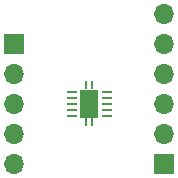
<source format=gbr>
%TF.GenerationSoftware,KiCad,Pcbnew,5.1.7-a382d34a8~87~ubuntu20.04.1*%
%TF.CreationDate,2020-11-06T18:30:14+02:00*%
%TF.ProjectId,BRK-VSON-10-1EP-3x3-P0.5-EP1.65x2.4,42524b2d-5653-44f4-9e2d-31302d314550,v1.0*%
%TF.SameCoordinates,Original*%
%TF.FileFunction,Soldermask,Top*%
%TF.FilePolarity,Negative*%
%FSLAX46Y46*%
G04 Gerber Fmt 4.6, Leading zero omitted, Abs format (unit mm)*
G04 Created by KiCad (PCBNEW 5.1.7-a382d34a8~87~ubuntu20.04.1) date 2020-11-06 18:30:14*
%MOMM*%
%LPD*%
G01*
G04 APERTURE LIST*
%ADD10O,1.700000X1.700000*%
%ADD11R,1.700000X1.700000*%
%ADD12R,0.280000X0.700000*%
%ADD13R,1.650000X2.400000*%
%ADD14R,0.850000X0.280000*%
G04 APERTURE END LIST*
D10*
%TO.C,J2*%
X106350000Y-92380000D03*
X106350000Y-94920000D03*
X106350000Y-97460000D03*
X106350000Y-100000000D03*
X106350000Y-102540000D03*
D11*
X106350000Y-105080000D03*
%TD*%
D10*
%TO.C,J1*%
X93650000Y-105080000D03*
X93650000Y-102540000D03*
X93650000Y-100000000D03*
X93650000Y-97460000D03*
D11*
X93650000Y-94920000D03*
%TD*%
D12*
%TO.C,U1*%
X100250000Y-101550000D03*
X100250000Y-98450000D03*
X99750000Y-101550000D03*
X99750000Y-98450000D03*
D13*
X100000000Y-100000000D03*
D14*
X101475000Y-99000000D03*
X101475000Y-99500000D03*
X101475000Y-100000000D03*
X101475000Y-100500000D03*
X101475000Y-101000000D03*
X98525000Y-101000000D03*
X98525000Y-100500000D03*
X98525000Y-100000000D03*
X98525000Y-99500000D03*
X98525000Y-99000000D03*
%TD*%
M02*

</source>
